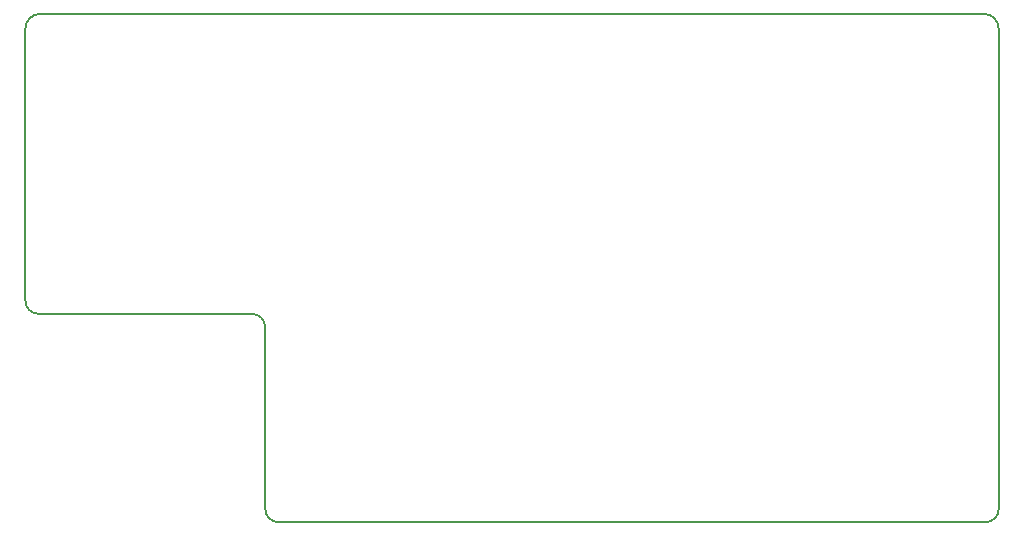
<source format=gbr>
G04 #@! TF.GenerationSoftware,KiCad,Pcbnew,(5.1.4)-1*
G04 #@! TF.CreationDate,2020-10-13T18:20:07+11:00*
G04 #@! TF.ProjectId,27C160_Adapter,32374331-3630-45f4-9164-61707465722e,rev?*
G04 #@! TF.SameCoordinates,Original*
G04 #@! TF.FileFunction,Profile,NP*
%FSLAX46Y46*%
G04 Gerber Fmt 4.6, Leading zero omitted, Abs format (unit mm)*
G04 Created by KiCad (PCBNEW (5.1.4)-1) date 2020-10-13 18:20:07*
%MOMM*%
%LPD*%
G04 APERTURE LIST*
%ADD10C,0.150000*%
G04 APERTURE END LIST*
D10*
X108585000Y-83439000D02*
G75*
G03X107315000Y-84709000I0J-1270000D01*
G01*
X107315000Y-107696000D02*
X107315000Y-84709000D01*
X188595000Y-126492000D02*
G75*
G03X189738000Y-125349000I0J1143000D01*
G01*
X107315000Y-107696000D02*
G75*
G03X108458000Y-108839000I1143000J0D01*
G01*
X126492000Y-108839000D02*
X108458000Y-108839000D01*
X127635000Y-109982000D02*
G75*
G03X126492000Y-108839000I-1143000J0D01*
G01*
X127635000Y-125349000D02*
X127635000Y-109982000D01*
X127635000Y-125349000D02*
G75*
G03X128778000Y-126492000I1143000J0D01*
G01*
X188595000Y-126492000D02*
X128778000Y-126492000D01*
X189738000Y-84709000D02*
X189738000Y-125349000D01*
X189738000Y-84709000D02*
G75*
G03X188468000Y-83439000I-1270000J0D01*
G01*
X108585000Y-83439000D02*
X188468000Y-83439000D01*
M02*

</source>
